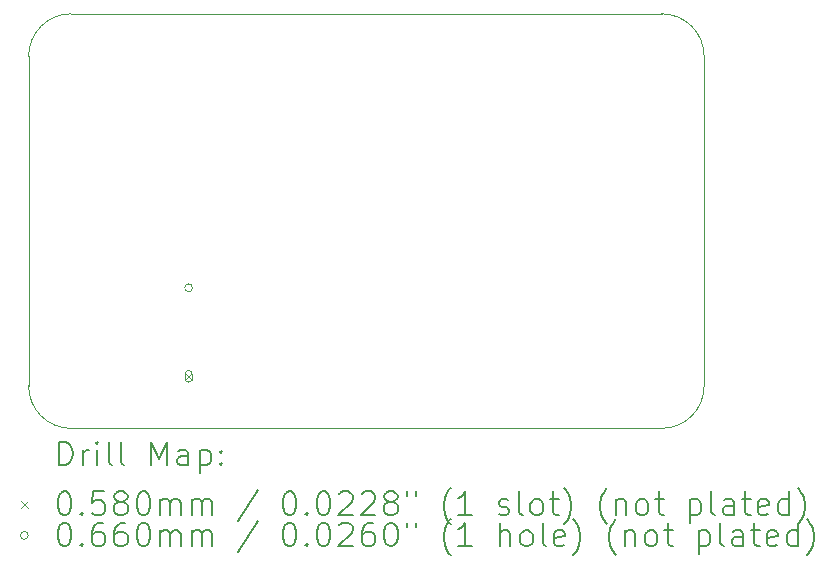
<source format=gbr>
%TF.GenerationSoftware,KiCad,Pcbnew,8.0.1*%
%TF.CreationDate,2025-02-14T21:54:50+08:00*%
%TF.ProjectId,SpeakerDriver,53706561-6b65-4724-9472-697665722e6b,rev?*%
%TF.SameCoordinates,Original*%
%TF.FileFunction,Drillmap*%
%TF.FilePolarity,Positive*%
%FSLAX45Y45*%
G04 Gerber Fmt 4.5, Leading zero omitted, Abs format (unit mm)*
G04 Created by KiCad (PCBNEW 8.0.1) date 2025-02-14 21:54:50*
%MOMM*%
%LPD*%
G01*
G04 APERTURE LIST*
%ADD10C,0.050000*%
%ADD11C,0.200000*%
%ADD12C,0.100000*%
G04 APERTURE END LIST*
D10*
X18170000Y-12000000D02*
G75*
G02*
X17810000Y-12360000I-360000J0D01*
G01*
X12450000Y-12000000D02*
X12450000Y-9210000D01*
X17810000Y-12360000D02*
X12810000Y-12360000D01*
X12810000Y-12360000D02*
G75*
G02*
X12450000Y-12000000I0J360000D01*
G01*
X12450000Y-9210000D02*
G75*
G02*
X12810000Y-8850000I360000J0D01*
G01*
X18170000Y-9210000D02*
X18170000Y-12000000D01*
X12810000Y-8850000D02*
X17810000Y-8850000D01*
X17810000Y-8850000D02*
G75*
G02*
X18170000Y-9210000I0J-360000D01*
G01*
D11*
D12*
X13776000Y-11891000D02*
X13834000Y-11949000D01*
X13834000Y-11891000D02*
X13776000Y-11949000D01*
X13776000Y-11899000D02*
X13776000Y-11941000D01*
X13834000Y-11941000D02*
G75*
G02*
X13776000Y-11941000I-29000J0D01*
G01*
X13834000Y-11941000D02*
X13834000Y-11899000D01*
X13834000Y-11899000D02*
G75*
G03*
X13776000Y-11899000I-29000J0D01*
G01*
X13838000Y-11170000D02*
G75*
G02*
X13772000Y-11170000I-33000J0D01*
G01*
X13772000Y-11170000D02*
G75*
G02*
X13838000Y-11170000I33000J0D01*
G01*
D11*
X12708277Y-12673984D02*
X12708277Y-12473984D01*
X12708277Y-12473984D02*
X12755896Y-12473984D01*
X12755896Y-12473984D02*
X12784467Y-12483508D01*
X12784467Y-12483508D02*
X12803515Y-12502555D01*
X12803515Y-12502555D02*
X12813039Y-12521603D01*
X12813039Y-12521603D02*
X12822562Y-12559698D01*
X12822562Y-12559698D02*
X12822562Y-12588269D01*
X12822562Y-12588269D02*
X12813039Y-12626365D01*
X12813039Y-12626365D02*
X12803515Y-12645412D01*
X12803515Y-12645412D02*
X12784467Y-12664460D01*
X12784467Y-12664460D02*
X12755896Y-12673984D01*
X12755896Y-12673984D02*
X12708277Y-12673984D01*
X12908277Y-12673984D02*
X12908277Y-12540650D01*
X12908277Y-12578746D02*
X12917801Y-12559698D01*
X12917801Y-12559698D02*
X12927324Y-12550174D01*
X12927324Y-12550174D02*
X12946372Y-12540650D01*
X12946372Y-12540650D02*
X12965420Y-12540650D01*
X13032086Y-12673984D02*
X13032086Y-12540650D01*
X13032086Y-12473984D02*
X13022562Y-12483508D01*
X13022562Y-12483508D02*
X13032086Y-12493031D01*
X13032086Y-12493031D02*
X13041610Y-12483508D01*
X13041610Y-12483508D02*
X13032086Y-12473984D01*
X13032086Y-12473984D02*
X13032086Y-12493031D01*
X13155896Y-12673984D02*
X13136848Y-12664460D01*
X13136848Y-12664460D02*
X13127324Y-12645412D01*
X13127324Y-12645412D02*
X13127324Y-12473984D01*
X13260658Y-12673984D02*
X13241610Y-12664460D01*
X13241610Y-12664460D02*
X13232086Y-12645412D01*
X13232086Y-12645412D02*
X13232086Y-12473984D01*
X13489229Y-12673984D02*
X13489229Y-12473984D01*
X13489229Y-12473984D02*
X13555896Y-12616841D01*
X13555896Y-12616841D02*
X13622562Y-12473984D01*
X13622562Y-12473984D02*
X13622562Y-12673984D01*
X13803515Y-12673984D02*
X13803515Y-12569222D01*
X13803515Y-12569222D02*
X13793991Y-12550174D01*
X13793991Y-12550174D02*
X13774943Y-12540650D01*
X13774943Y-12540650D02*
X13736848Y-12540650D01*
X13736848Y-12540650D02*
X13717801Y-12550174D01*
X13803515Y-12664460D02*
X13784467Y-12673984D01*
X13784467Y-12673984D02*
X13736848Y-12673984D01*
X13736848Y-12673984D02*
X13717801Y-12664460D01*
X13717801Y-12664460D02*
X13708277Y-12645412D01*
X13708277Y-12645412D02*
X13708277Y-12626365D01*
X13708277Y-12626365D02*
X13717801Y-12607317D01*
X13717801Y-12607317D02*
X13736848Y-12597793D01*
X13736848Y-12597793D02*
X13784467Y-12597793D01*
X13784467Y-12597793D02*
X13803515Y-12588269D01*
X13898753Y-12540650D02*
X13898753Y-12740650D01*
X13898753Y-12550174D02*
X13917801Y-12540650D01*
X13917801Y-12540650D02*
X13955896Y-12540650D01*
X13955896Y-12540650D02*
X13974943Y-12550174D01*
X13974943Y-12550174D02*
X13984467Y-12559698D01*
X13984467Y-12559698D02*
X13993991Y-12578746D01*
X13993991Y-12578746D02*
X13993991Y-12635888D01*
X13993991Y-12635888D02*
X13984467Y-12654936D01*
X13984467Y-12654936D02*
X13974943Y-12664460D01*
X13974943Y-12664460D02*
X13955896Y-12673984D01*
X13955896Y-12673984D02*
X13917801Y-12673984D01*
X13917801Y-12673984D02*
X13898753Y-12664460D01*
X14079705Y-12654936D02*
X14089229Y-12664460D01*
X14089229Y-12664460D02*
X14079705Y-12673984D01*
X14079705Y-12673984D02*
X14070182Y-12664460D01*
X14070182Y-12664460D02*
X14079705Y-12654936D01*
X14079705Y-12654936D02*
X14079705Y-12673984D01*
X14079705Y-12550174D02*
X14089229Y-12559698D01*
X14089229Y-12559698D02*
X14079705Y-12569222D01*
X14079705Y-12569222D02*
X14070182Y-12559698D01*
X14070182Y-12559698D02*
X14079705Y-12550174D01*
X14079705Y-12550174D02*
X14079705Y-12569222D01*
D12*
X12389500Y-12973500D02*
X12447500Y-13031500D01*
X12447500Y-12973500D02*
X12389500Y-13031500D01*
D11*
X12746372Y-12893984D02*
X12765420Y-12893984D01*
X12765420Y-12893984D02*
X12784467Y-12903508D01*
X12784467Y-12903508D02*
X12793991Y-12913031D01*
X12793991Y-12913031D02*
X12803515Y-12932079D01*
X12803515Y-12932079D02*
X12813039Y-12970174D01*
X12813039Y-12970174D02*
X12813039Y-13017793D01*
X12813039Y-13017793D02*
X12803515Y-13055888D01*
X12803515Y-13055888D02*
X12793991Y-13074936D01*
X12793991Y-13074936D02*
X12784467Y-13084460D01*
X12784467Y-13084460D02*
X12765420Y-13093984D01*
X12765420Y-13093984D02*
X12746372Y-13093984D01*
X12746372Y-13093984D02*
X12727324Y-13084460D01*
X12727324Y-13084460D02*
X12717801Y-13074936D01*
X12717801Y-13074936D02*
X12708277Y-13055888D01*
X12708277Y-13055888D02*
X12698753Y-13017793D01*
X12698753Y-13017793D02*
X12698753Y-12970174D01*
X12698753Y-12970174D02*
X12708277Y-12932079D01*
X12708277Y-12932079D02*
X12717801Y-12913031D01*
X12717801Y-12913031D02*
X12727324Y-12903508D01*
X12727324Y-12903508D02*
X12746372Y-12893984D01*
X12898753Y-13074936D02*
X12908277Y-13084460D01*
X12908277Y-13084460D02*
X12898753Y-13093984D01*
X12898753Y-13093984D02*
X12889229Y-13084460D01*
X12889229Y-13084460D02*
X12898753Y-13074936D01*
X12898753Y-13074936D02*
X12898753Y-13093984D01*
X13089229Y-12893984D02*
X12993991Y-12893984D01*
X12993991Y-12893984D02*
X12984467Y-12989222D01*
X12984467Y-12989222D02*
X12993991Y-12979698D01*
X12993991Y-12979698D02*
X13013039Y-12970174D01*
X13013039Y-12970174D02*
X13060658Y-12970174D01*
X13060658Y-12970174D02*
X13079705Y-12979698D01*
X13079705Y-12979698D02*
X13089229Y-12989222D01*
X13089229Y-12989222D02*
X13098753Y-13008269D01*
X13098753Y-13008269D02*
X13098753Y-13055888D01*
X13098753Y-13055888D02*
X13089229Y-13074936D01*
X13089229Y-13074936D02*
X13079705Y-13084460D01*
X13079705Y-13084460D02*
X13060658Y-13093984D01*
X13060658Y-13093984D02*
X13013039Y-13093984D01*
X13013039Y-13093984D02*
X12993991Y-13084460D01*
X12993991Y-13084460D02*
X12984467Y-13074936D01*
X13213039Y-12979698D02*
X13193991Y-12970174D01*
X13193991Y-12970174D02*
X13184467Y-12960650D01*
X13184467Y-12960650D02*
X13174943Y-12941603D01*
X13174943Y-12941603D02*
X13174943Y-12932079D01*
X13174943Y-12932079D02*
X13184467Y-12913031D01*
X13184467Y-12913031D02*
X13193991Y-12903508D01*
X13193991Y-12903508D02*
X13213039Y-12893984D01*
X13213039Y-12893984D02*
X13251134Y-12893984D01*
X13251134Y-12893984D02*
X13270182Y-12903508D01*
X13270182Y-12903508D02*
X13279705Y-12913031D01*
X13279705Y-12913031D02*
X13289229Y-12932079D01*
X13289229Y-12932079D02*
X13289229Y-12941603D01*
X13289229Y-12941603D02*
X13279705Y-12960650D01*
X13279705Y-12960650D02*
X13270182Y-12970174D01*
X13270182Y-12970174D02*
X13251134Y-12979698D01*
X13251134Y-12979698D02*
X13213039Y-12979698D01*
X13213039Y-12979698D02*
X13193991Y-12989222D01*
X13193991Y-12989222D02*
X13184467Y-12998746D01*
X13184467Y-12998746D02*
X13174943Y-13017793D01*
X13174943Y-13017793D02*
X13174943Y-13055888D01*
X13174943Y-13055888D02*
X13184467Y-13074936D01*
X13184467Y-13074936D02*
X13193991Y-13084460D01*
X13193991Y-13084460D02*
X13213039Y-13093984D01*
X13213039Y-13093984D02*
X13251134Y-13093984D01*
X13251134Y-13093984D02*
X13270182Y-13084460D01*
X13270182Y-13084460D02*
X13279705Y-13074936D01*
X13279705Y-13074936D02*
X13289229Y-13055888D01*
X13289229Y-13055888D02*
X13289229Y-13017793D01*
X13289229Y-13017793D02*
X13279705Y-12998746D01*
X13279705Y-12998746D02*
X13270182Y-12989222D01*
X13270182Y-12989222D02*
X13251134Y-12979698D01*
X13413039Y-12893984D02*
X13432086Y-12893984D01*
X13432086Y-12893984D02*
X13451134Y-12903508D01*
X13451134Y-12903508D02*
X13460658Y-12913031D01*
X13460658Y-12913031D02*
X13470182Y-12932079D01*
X13470182Y-12932079D02*
X13479705Y-12970174D01*
X13479705Y-12970174D02*
X13479705Y-13017793D01*
X13479705Y-13017793D02*
X13470182Y-13055888D01*
X13470182Y-13055888D02*
X13460658Y-13074936D01*
X13460658Y-13074936D02*
X13451134Y-13084460D01*
X13451134Y-13084460D02*
X13432086Y-13093984D01*
X13432086Y-13093984D02*
X13413039Y-13093984D01*
X13413039Y-13093984D02*
X13393991Y-13084460D01*
X13393991Y-13084460D02*
X13384467Y-13074936D01*
X13384467Y-13074936D02*
X13374943Y-13055888D01*
X13374943Y-13055888D02*
X13365420Y-13017793D01*
X13365420Y-13017793D02*
X13365420Y-12970174D01*
X13365420Y-12970174D02*
X13374943Y-12932079D01*
X13374943Y-12932079D02*
X13384467Y-12913031D01*
X13384467Y-12913031D02*
X13393991Y-12903508D01*
X13393991Y-12903508D02*
X13413039Y-12893984D01*
X13565420Y-13093984D02*
X13565420Y-12960650D01*
X13565420Y-12979698D02*
X13574943Y-12970174D01*
X13574943Y-12970174D02*
X13593991Y-12960650D01*
X13593991Y-12960650D02*
X13622563Y-12960650D01*
X13622563Y-12960650D02*
X13641610Y-12970174D01*
X13641610Y-12970174D02*
X13651134Y-12989222D01*
X13651134Y-12989222D02*
X13651134Y-13093984D01*
X13651134Y-12989222D02*
X13660658Y-12970174D01*
X13660658Y-12970174D02*
X13679705Y-12960650D01*
X13679705Y-12960650D02*
X13708277Y-12960650D01*
X13708277Y-12960650D02*
X13727324Y-12970174D01*
X13727324Y-12970174D02*
X13736848Y-12989222D01*
X13736848Y-12989222D02*
X13736848Y-13093984D01*
X13832086Y-13093984D02*
X13832086Y-12960650D01*
X13832086Y-12979698D02*
X13841610Y-12970174D01*
X13841610Y-12970174D02*
X13860658Y-12960650D01*
X13860658Y-12960650D02*
X13889229Y-12960650D01*
X13889229Y-12960650D02*
X13908277Y-12970174D01*
X13908277Y-12970174D02*
X13917801Y-12989222D01*
X13917801Y-12989222D02*
X13917801Y-13093984D01*
X13917801Y-12989222D02*
X13927324Y-12970174D01*
X13927324Y-12970174D02*
X13946372Y-12960650D01*
X13946372Y-12960650D02*
X13974943Y-12960650D01*
X13974943Y-12960650D02*
X13993991Y-12970174D01*
X13993991Y-12970174D02*
X14003515Y-12989222D01*
X14003515Y-12989222D02*
X14003515Y-13093984D01*
X14393991Y-12884460D02*
X14222563Y-13141603D01*
X14651134Y-12893984D02*
X14670182Y-12893984D01*
X14670182Y-12893984D02*
X14689229Y-12903508D01*
X14689229Y-12903508D02*
X14698753Y-12913031D01*
X14698753Y-12913031D02*
X14708277Y-12932079D01*
X14708277Y-12932079D02*
X14717801Y-12970174D01*
X14717801Y-12970174D02*
X14717801Y-13017793D01*
X14717801Y-13017793D02*
X14708277Y-13055888D01*
X14708277Y-13055888D02*
X14698753Y-13074936D01*
X14698753Y-13074936D02*
X14689229Y-13084460D01*
X14689229Y-13084460D02*
X14670182Y-13093984D01*
X14670182Y-13093984D02*
X14651134Y-13093984D01*
X14651134Y-13093984D02*
X14632086Y-13084460D01*
X14632086Y-13084460D02*
X14622563Y-13074936D01*
X14622563Y-13074936D02*
X14613039Y-13055888D01*
X14613039Y-13055888D02*
X14603515Y-13017793D01*
X14603515Y-13017793D02*
X14603515Y-12970174D01*
X14603515Y-12970174D02*
X14613039Y-12932079D01*
X14613039Y-12932079D02*
X14622563Y-12913031D01*
X14622563Y-12913031D02*
X14632086Y-12903508D01*
X14632086Y-12903508D02*
X14651134Y-12893984D01*
X14803515Y-13074936D02*
X14813039Y-13084460D01*
X14813039Y-13084460D02*
X14803515Y-13093984D01*
X14803515Y-13093984D02*
X14793991Y-13084460D01*
X14793991Y-13084460D02*
X14803515Y-13074936D01*
X14803515Y-13074936D02*
X14803515Y-13093984D01*
X14936848Y-12893984D02*
X14955896Y-12893984D01*
X14955896Y-12893984D02*
X14974944Y-12903508D01*
X14974944Y-12903508D02*
X14984467Y-12913031D01*
X14984467Y-12913031D02*
X14993991Y-12932079D01*
X14993991Y-12932079D02*
X15003515Y-12970174D01*
X15003515Y-12970174D02*
X15003515Y-13017793D01*
X15003515Y-13017793D02*
X14993991Y-13055888D01*
X14993991Y-13055888D02*
X14984467Y-13074936D01*
X14984467Y-13074936D02*
X14974944Y-13084460D01*
X14974944Y-13084460D02*
X14955896Y-13093984D01*
X14955896Y-13093984D02*
X14936848Y-13093984D01*
X14936848Y-13093984D02*
X14917801Y-13084460D01*
X14917801Y-13084460D02*
X14908277Y-13074936D01*
X14908277Y-13074936D02*
X14898753Y-13055888D01*
X14898753Y-13055888D02*
X14889229Y-13017793D01*
X14889229Y-13017793D02*
X14889229Y-12970174D01*
X14889229Y-12970174D02*
X14898753Y-12932079D01*
X14898753Y-12932079D02*
X14908277Y-12913031D01*
X14908277Y-12913031D02*
X14917801Y-12903508D01*
X14917801Y-12903508D02*
X14936848Y-12893984D01*
X15079706Y-12913031D02*
X15089229Y-12903508D01*
X15089229Y-12903508D02*
X15108277Y-12893984D01*
X15108277Y-12893984D02*
X15155896Y-12893984D01*
X15155896Y-12893984D02*
X15174944Y-12903508D01*
X15174944Y-12903508D02*
X15184467Y-12913031D01*
X15184467Y-12913031D02*
X15193991Y-12932079D01*
X15193991Y-12932079D02*
X15193991Y-12951127D01*
X15193991Y-12951127D02*
X15184467Y-12979698D01*
X15184467Y-12979698D02*
X15070182Y-13093984D01*
X15070182Y-13093984D02*
X15193991Y-13093984D01*
X15270182Y-12913031D02*
X15279706Y-12903508D01*
X15279706Y-12903508D02*
X15298753Y-12893984D01*
X15298753Y-12893984D02*
X15346372Y-12893984D01*
X15346372Y-12893984D02*
X15365420Y-12903508D01*
X15365420Y-12903508D02*
X15374944Y-12913031D01*
X15374944Y-12913031D02*
X15384467Y-12932079D01*
X15384467Y-12932079D02*
X15384467Y-12951127D01*
X15384467Y-12951127D02*
X15374944Y-12979698D01*
X15374944Y-12979698D02*
X15260658Y-13093984D01*
X15260658Y-13093984D02*
X15384467Y-13093984D01*
X15498753Y-12979698D02*
X15479706Y-12970174D01*
X15479706Y-12970174D02*
X15470182Y-12960650D01*
X15470182Y-12960650D02*
X15460658Y-12941603D01*
X15460658Y-12941603D02*
X15460658Y-12932079D01*
X15460658Y-12932079D02*
X15470182Y-12913031D01*
X15470182Y-12913031D02*
X15479706Y-12903508D01*
X15479706Y-12903508D02*
X15498753Y-12893984D01*
X15498753Y-12893984D02*
X15536848Y-12893984D01*
X15536848Y-12893984D02*
X15555896Y-12903508D01*
X15555896Y-12903508D02*
X15565420Y-12913031D01*
X15565420Y-12913031D02*
X15574944Y-12932079D01*
X15574944Y-12932079D02*
X15574944Y-12941603D01*
X15574944Y-12941603D02*
X15565420Y-12960650D01*
X15565420Y-12960650D02*
X15555896Y-12970174D01*
X15555896Y-12970174D02*
X15536848Y-12979698D01*
X15536848Y-12979698D02*
X15498753Y-12979698D01*
X15498753Y-12979698D02*
X15479706Y-12989222D01*
X15479706Y-12989222D02*
X15470182Y-12998746D01*
X15470182Y-12998746D02*
X15460658Y-13017793D01*
X15460658Y-13017793D02*
X15460658Y-13055888D01*
X15460658Y-13055888D02*
X15470182Y-13074936D01*
X15470182Y-13074936D02*
X15479706Y-13084460D01*
X15479706Y-13084460D02*
X15498753Y-13093984D01*
X15498753Y-13093984D02*
X15536848Y-13093984D01*
X15536848Y-13093984D02*
X15555896Y-13084460D01*
X15555896Y-13084460D02*
X15565420Y-13074936D01*
X15565420Y-13074936D02*
X15574944Y-13055888D01*
X15574944Y-13055888D02*
X15574944Y-13017793D01*
X15574944Y-13017793D02*
X15565420Y-12998746D01*
X15565420Y-12998746D02*
X15555896Y-12989222D01*
X15555896Y-12989222D02*
X15536848Y-12979698D01*
X15651134Y-12893984D02*
X15651134Y-12932079D01*
X15727325Y-12893984D02*
X15727325Y-12932079D01*
X16022563Y-13170174D02*
X16013039Y-13160650D01*
X16013039Y-13160650D02*
X15993991Y-13132079D01*
X15993991Y-13132079D02*
X15984468Y-13113031D01*
X15984468Y-13113031D02*
X15974944Y-13084460D01*
X15974944Y-13084460D02*
X15965420Y-13036841D01*
X15965420Y-13036841D02*
X15965420Y-12998746D01*
X15965420Y-12998746D02*
X15974944Y-12951127D01*
X15974944Y-12951127D02*
X15984468Y-12922555D01*
X15984468Y-12922555D02*
X15993991Y-12903508D01*
X15993991Y-12903508D02*
X16013039Y-12874936D01*
X16013039Y-12874936D02*
X16022563Y-12865412D01*
X16203515Y-13093984D02*
X16089229Y-13093984D01*
X16146372Y-13093984D02*
X16146372Y-12893984D01*
X16146372Y-12893984D02*
X16127325Y-12922555D01*
X16127325Y-12922555D02*
X16108277Y-12941603D01*
X16108277Y-12941603D02*
X16089229Y-12951127D01*
X16432087Y-13084460D02*
X16451134Y-13093984D01*
X16451134Y-13093984D02*
X16489229Y-13093984D01*
X16489229Y-13093984D02*
X16508277Y-13084460D01*
X16508277Y-13084460D02*
X16517801Y-13065412D01*
X16517801Y-13065412D02*
X16517801Y-13055888D01*
X16517801Y-13055888D02*
X16508277Y-13036841D01*
X16508277Y-13036841D02*
X16489229Y-13027317D01*
X16489229Y-13027317D02*
X16460658Y-13027317D01*
X16460658Y-13027317D02*
X16441610Y-13017793D01*
X16441610Y-13017793D02*
X16432087Y-12998746D01*
X16432087Y-12998746D02*
X16432087Y-12989222D01*
X16432087Y-12989222D02*
X16441610Y-12970174D01*
X16441610Y-12970174D02*
X16460658Y-12960650D01*
X16460658Y-12960650D02*
X16489229Y-12960650D01*
X16489229Y-12960650D02*
X16508277Y-12970174D01*
X16632087Y-13093984D02*
X16613039Y-13084460D01*
X16613039Y-13084460D02*
X16603515Y-13065412D01*
X16603515Y-13065412D02*
X16603515Y-12893984D01*
X16736849Y-13093984D02*
X16717801Y-13084460D01*
X16717801Y-13084460D02*
X16708277Y-13074936D01*
X16708277Y-13074936D02*
X16698753Y-13055888D01*
X16698753Y-13055888D02*
X16698753Y-12998746D01*
X16698753Y-12998746D02*
X16708277Y-12979698D01*
X16708277Y-12979698D02*
X16717801Y-12970174D01*
X16717801Y-12970174D02*
X16736849Y-12960650D01*
X16736849Y-12960650D02*
X16765420Y-12960650D01*
X16765420Y-12960650D02*
X16784468Y-12970174D01*
X16784468Y-12970174D02*
X16793992Y-12979698D01*
X16793992Y-12979698D02*
X16803515Y-12998746D01*
X16803515Y-12998746D02*
X16803515Y-13055888D01*
X16803515Y-13055888D02*
X16793992Y-13074936D01*
X16793992Y-13074936D02*
X16784468Y-13084460D01*
X16784468Y-13084460D02*
X16765420Y-13093984D01*
X16765420Y-13093984D02*
X16736849Y-13093984D01*
X16860658Y-12960650D02*
X16936849Y-12960650D01*
X16889230Y-12893984D02*
X16889230Y-13065412D01*
X16889230Y-13065412D02*
X16898753Y-13084460D01*
X16898753Y-13084460D02*
X16917801Y-13093984D01*
X16917801Y-13093984D02*
X16936849Y-13093984D01*
X16984468Y-13170174D02*
X16993992Y-13160650D01*
X16993992Y-13160650D02*
X17013039Y-13132079D01*
X17013039Y-13132079D02*
X17022563Y-13113031D01*
X17022563Y-13113031D02*
X17032087Y-13084460D01*
X17032087Y-13084460D02*
X17041611Y-13036841D01*
X17041611Y-13036841D02*
X17041611Y-12998746D01*
X17041611Y-12998746D02*
X17032087Y-12951127D01*
X17032087Y-12951127D02*
X17022563Y-12922555D01*
X17022563Y-12922555D02*
X17013039Y-12903508D01*
X17013039Y-12903508D02*
X16993992Y-12874936D01*
X16993992Y-12874936D02*
X16984468Y-12865412D01*
X17346373Y-13170174D02*
X17336849Y-13160650D01*
X17336849Y-13160650D02*
X17317801Y-13132079D01*
X17317801Y-13132079D02*
X17308277Y-13113031D01*
X17308277Y-13113031D02*
X17298753Y-13084460D01*
X17298753Y-13084460D02*
X17289230Y-13036841D01*
X17289230Y-13036841D02*
X17289230Y-12998746D01*
X17289230Y-12998746D02*
X17298753Y-12951127D01*
X17298753Y-12951127D02*
X17308277Y-12922555D01*
X17308277Y-12922555D02*
X17317801Y-12903508D01*
X17317801Y-12903508D02*
X17336849Y-12874936D01*
X17336849Y-12874936D02*
X17346373Y-12865412D01*
X17422563Y-12960650D02*
X17422563Y-13093984D01*
X17422563Y-12979698D02*
X17432087Y-12970174D01*
X17432087Y-12970174D02*
X17451134Y-12960650D01*
X17451134Y-12960650D02*
X17479706Y-12960650D01*
X17479706Y-12960650D02*
X17498753Y-12970174D01*
X17498753Y-12970174D02*
X17508277Y-12989222D01*
X17508277Y-12989222D02*
X17508277Y-13093984D01*
X17632087Y-13093984D02*
X17613039Y-13084460D01*
X17613039Y-13084460D02*
X17603515Y-13074936D01*
X17603515Y-13074936D02*
X17593992Y-13055888D01*
X17593992Y-13055888D02*
X17593992Y-12998746D01*
X17593992Y-12998746D02*
X17603515Y-12979698D01*
X17603515Y-12979698D02*
X17613039Y-12970174D01*
X17613039Y-12970174D02*
X17632087Y-12960650D01*
X17632087Y-12960650D02*
X17660658Y-12960650D01*
X17660658Y-12960650D02*
X17679706Y-12970174D01*
X17679706Y-12970174D02*
X17689230Y-12979698D01*
X17689230Y-12979698D02*
X17698753Y-12998746D01*
X17698753Y-12998746D02*
X17698753Y-13055888D01*
X17698753Y-13055888D02*
X17689230Y-13074936D01*
X17689230Y-13074936D02*
X17679706Y-13084460D01*
X17679706Y-13084460D02*
X17660658Y-13093984D01*
X17660658Y-13093984D02*
X17632087Y-13093984D01*
X17755896Y-12960650D02*
X17832087Y-12960650D01*
X17784468Y-12893984D02*
X17784468Y-13065412D01*
X17784468Y-13065412D02*
X17793992Y-13084460D01*
X17793992Y-13084460D02*
X17813039Y-13093984D01*
X17813039Y-13093984D02*
X17832087Y-13093984D01*
X18051134Y-12960650D02*
X18051134Y-13160650D01*
X18051134Y-12970174D02*
X18070182Y-12960650D01*
X18070182Y-12960650D02*
X18108277Y-12960650D01*
X18108277Y-12960650D02*
X18127325Y-12970174D01*
X18127325Y-12970174D02*
X18136849Y-12979698D01*
X18136849Y-12979698D02*
X18146373Y-12998746D01*
X18146373Y-12998746D02*
X18146373Y-13055888D01*
X18146373Y-13055888D02*
X18136849Y-13074936D01*
X18136849Y-13074936D02*
X18127325Y-13084460D01*
X18127325Y-13084460D02*
X18108277Y-13093984D01*
X18108277Y-13093984D02*
X18070182Y-13093984D01*
X18070182Y-13093984D02*
X18051134Y-13084460D01*
X18260658Y-13093984D02*
X18241611Y-13084460D01*
X18241611Y-13084460D02*
X18232087Y-13065412D01*
X18232087Y-13065412D02*
X18232087Y-12893984D01*
X18422563Y-13093984D02*
X18422563Y-12989222D01*
X18422563Y-12989222D02*
X18413039Y-12970174D01*
X18413039Y-12970174D02*
X18393992Y-12960650D01*
X18393992Y-12960650D02*
X18355896Y-12960650D01*
X18355896Y-12960650D02*
X18336849Y-12970174D01*
X18422563Y-13084460D02*
X18403515Y-13093984D01*
X18403515Y-13093984D02*
X18355896Y-13093984D01*
X18355896Y-13093984D02*
X18336849Y-13084460D01*
X18336849Y-13084460D02*
X18327325Y-13065412D01*
X18327325Y-13065412D02*
X18327325Y-13046365D01*
X18327325Y-13046365D02*
X18336849Y-13027317D01*
X18336849Y-13027317D02*
X18355896Y-13017793D01*
X18355896Y-13017793D02*
X18403515Y-13017793D01*
X18403515Y-13017793D02*
X18422563Y-13008269D01*
X18489230Y-12960650D02*
X18565420Y-12960650D01*
X18517801Y-12893984D02*
X18517801Y-13065412D01*
X18517801Y-13065412D02*
X18527325Y-13084460D01*
X18527325Y-13084460D02*
X18546373Y-13093984D01*
X18546373Y-13093984D02*
X18565420Y-13093984D01*
X18708277Y-13084460D02*
X18689230Y-13093984D01*
X18689230Y-13093984D02*
X18651134Y-13093984D01*
X18651134Y-13093984D02*
X18632087Y-13084460D01*
X18632087Y-13084460D02*
X18622563Y-13065412D01*
X18622563Y-13065412D02*
X18622563Y-12989222D01*
X18622563Y-12989222D02*
X18632087Y-12970174D01*
X18632087Y-12970174D02*
X18651134Y-12960650D01*
X18651134Y-12960650D02*
X18689230Y-12960650D01*
X18689230Y-12960650D02*
X18708277Y-12970174D01*
X18708277Y-12970174D02*
X18717801Y-12989222D01*
X18717801Y-12989222D02*
X18717801Y-13008269D01*
X18717801Y-13008269D02*
X18622563Y-13027317D01*
X18889230Y-13093984D02*
X18889230Y-12893984D01*
X18889230Y-13084460D02*
X18870182Y-13093984D01*
X18870182Y-13093984D02*
X18832087Y-13093984D01*
X18832087Y-13093984D02*
X18813039Y-13084460D01*
X18813039Y-13084460D02*
X18803515Y-13074936D01*
X18803515Y-13074936D02*
X18793992Y-13055888D01*
X18793992Y-13055888D02*
X18793992Y-12998746D01*
X18793992Y-12998746D02*
X18803515Y-12979698D01*
X18803515Y-12979698D02*
X18813039Y-12970174D01*
X18813039Y-12970174D02*
X18832087Y-12960650D01*
X18832087Y-12960650D02*
X18870182Y-12960650D01*
X18870182Y-12960650D02*
X18889230Y-12970174D01*
X18965420Y-13170174D02*
X18974944Y-13160650D01*
X18974944Y-13160650D02*
X18993992Y-13132079D01*
X18993992Y-13132079D02*
X19003515Y-13113031D01*
X19003515Y-13113031D02*
X19013039Y-13084460D01*
X19013039Y-13084460D02*
X19022563Y-13036841D01*
X19022563Y-13036841D02*
X19022563Y-12998746D01*
X19022563Y-12998746D02*
X19013039Y-12951127D01*
X19013039Y-12951127D02*
X19003515Y-12922555D01*
X19003515Y-12922555D02*
X18993992Y-12903508D01*
X18993992Y-12903508D02*
X18974944Y-12874936D01*
X18974944Y-12874936D02*
X18965420Y-12865412D01*
D12*
X12447500Y-13266500D02*
G75*
G02*
X12381500Y-13266500I-33000J0D01*
G01*
X12381500Y-13266500D02*
G75*
G02*
X12447500Y-13266500I33000J0D01*
G01*
D11*
X12746372Y-13157984D02*
X12765420Y-13157984D01*
X12765420Y-13157984D02*
X12784467Y-13167508D01*
X12784467Y-13167508D02*
X12793991Y-13177031D01*
X12793991Y-13177031D02*
X12803515Y-13196079D01*
X12803515Y-13196079D02*
X12813039Y-13234174D01*
X12813039Y-13234174D02*
X12813039Y-13281793D01*
X12813039Y-13281793D02*
X12803515Y-13319888D01*
X12803515Y-13319888D02*
X12793991Y-13338936D01*
X12793991Y-13338936D02*
X12784467Y-13348460D01*
X12784467Y-13348460D02*
X12765420Y-13357984D01*
X12765420Y-13357984D02*
X12746372Y-13357984D01*
X12746372Y-13357984D02*
X12727324Y-13348460D01*
X12727324Y-13348460D02*
X12717801Y-13338936D01*
X12717801Y-13338936D02*
X12708277Y-13319888D01*
X12708277Y-13319888D02*
X12698753Y-13281793D01*
X12698753Y-13281793D02*
X12698753Y-13234174D01*
X12698753Y-13234174D02*
X12708277Y-13196079D01*
X12708277Y-13196079D02*
X12717801Y-13177031D01*
X12717801Y-13177031D02*
X12727324Y-13167508D01*
X12727324Y-13167508D02*
X12746372Y-13157984D01*
X12898753Y-13338936D02*
X12908277Y-13348460D01*
X12908277Y-13348460D02*
X12898753Y-13357984D01*
X12898753Y-13357984D02*
X12889229Y-13348460D01*
X12889229Y-13348460D02*
X12898753Y-13338936D01*
X12898753Y-13338936D02*
X12898753Y-13357984D01*
X13079705Y-13157984D02*
X13041610Y-13157984D01*
X13041610Y-13157984D02*
X13022562Y-13167508D01*
X13022562Y-13167508D02*
X13013039Y-13177031D01*
X13013039Y-13177031D02*
X12993991Y-13205603D01*
X12993991Y-13205603D02*
X12984467Y-13243698D01*
X12984467Y-13243698D02*
X12984467Y-13319888D01*
X12984467Y-13319888D02*
X12993991Y-13338936D01*
X12993991Y-13338936D02*
X13003515Y-13348460D01*
X13003515Y-13348460D02*
X13022562Y-13357984D01*
X13022562Y-13357984D02*
X13060658Y-13357984D01*
X13060658Y-13357984D02*
X13079705Y-13348460D01*
X13079705Y-13348460D02*
X13089229Y-13338936D01*
X13089229Y-13338936D02*
X13098753Y-13319888D01*
X13098753Y-13319888D02*
X13098753Y-13272269D01*
X13098753Y-13272269D02*
X13089229Y-13253222D01*
X13089229Y-13253222D02*
X13079705Y-13243698D01*
X13079705Y-13243698D02*
X13060658Y-13234174D01*
X13060658Y-13234174D02*
X13022562Y-13234174D01*
X13022562Y-13234174D02*
X13003515Y-13243698D01*
X13003515Y-13243698D02*
X12993991Y-13253222D01*
X12993991Y-13253222D02*
X12984467Y-13272269D01*
X13270182Y-13157984D02*
X13232086Y-13157984D01*
X13232086Y-13157984D02*
X13213039Y-13167508D01*
X13213039Y-13167508D02*
X13203515Y-13177031D01*
X13203515Y-13177031D02*
X13184467Y-13205603D01*
X13184467Y-13205603D02*
X13174943Y-13243698D01*
X13174943Y-13243698D02*
X13174943Y-13319888D01*
X13174943Y-13319888D02*
X13184467Y-13338936D01*
X13184467Y-13338936D02*
X13193991Y-13348460D01*
X13193991Y-13348460D02*
X13213039Y-13357984D01*
X13213039Y-13357984D02*
X13251134Y-13357984D01*
X13251134Y-13357984D02*
X13270182Y-13348460D01*
X13270182Y-13348460D02*
X13279705Y-13338936D01*
X13279705Y-13338936D02*
X13289229Y-13319888D01*
X13289229Y-13319888D02*
X13289229Y-13272269D01*
X13289229Y-13272269D02*
X13279705Y-13253222D01*
X13279705Y-13253222D02*
X13270182Y-13243698D01*
X13270182Y-13243698D02*
X13251134Y-13234174D01*
X13251134Y-13234174D02*
X13213039Y-13234174D01*
X13213039Y-13234174D02*
X13193991Y-13243698D01*
X13193991Y-13243698D02*
X13184467Y-13253222D01*
X13184467Y-13253222D02*
X13174943Y-13272269D01*
X13413039Y-13157984D02*
X13432086Y-13157984D01*
X13432086Y-13157984D02*
X13451134Y-13167508D01*
X13451134Y-13167508D02*
X13460658Y-13177031D01*
X13460658Y-13177031D02*
X13470182Y-13196079D01*
X13470182Y-13196079D02*
X13479705Y-13234174D01*
X13479705Y-13234174D02*
X13479705Y-13281793D01*
X13479705Y-13281793D02*
X13470182Y-13319888D01*
X13470182Y-13319888D02*
X13460658Y-13338936D01*
X13460658Y-13338936D02*
X13451134Y-13348460D01*
X13451134Y-13348460D02*
X13432086Y-13357984D01*
X13432086Y-13357984D02*
X13413039Y-13357984D01*
X13413039Y-13357984D02*
X13393991Y-13348460D01*
X13393991Y-13348460D02*
X13384467Y-13338936D01*
X13384467Y-13338936D02*
X13374943Y-13319888D01*
X13374943Y-13319888D02*
X13365420Y-13281793D01*
X13365420Y-13281793D02*
X13365420Y-13234174D01*
X13365420Y-13234174D02*
X13374943Y-13196079D01*
X13374943Y-13196079D02*
X13384467Y-13177031D01*
X13384467Y-13177031D02*
X13393991Y-13167508D01*
X13393991Y-13167508D02*
X13413039Y-13157984D01*
X13565420Y-13357984D02*
X13565420Y-13224650D01*
X13565420Y-13243698D02*
X13574943Y-13234174D01*
X13574943Y-13234174D02*
X13593991Y-13224650D01*
X13593991Y-13224650D02*
X13622563Y-13224650D01*
X13622563Y-13224650D02*
X13641610Y-13234174D01*
X13641610Y-13234174D02*
X13651134Y-13253222D01*
X13651134Y-13253222D02*
X13651134Y-13357984D01*
X13651134Y-13253222D02*
X13660658Y-13234174D01*
X13660658Y-13234174D02*
X13679705Y-13224650D01*
X13679705Y-13224650D02*
X13708277Y-13224650D01*
X13708277Y-13224650D02*
X13727324Y-13234174D01*
X13727324Y-13234174D02*
X13736848Y-13253222D01*
X13736848Y-13253222D02*
X13736848Y-13357984D01*
X13832086Y-13357984D02*
X13832086Y-13224650D01*
X13832086Y-13243698D02*
X13841610Y-13234174D01*
X13841610Y-13234174D02*
X13860658Y-13224650D01*
X13860658Y-13224650D02*
X13889229Y-13224650D01*
X13889229Y-13224650D02*
X13908277Y-13234174D01*
X13908277Y-13234174D02*
X13917801Y-13253222D01*
X13917801Y-13253222D02*
X13917801Y-13357984D01*
X13917801Y-13253222D02*
X13927324Y-13234174D01*
X13927324Y-13234174D02*
X13946372Y-13224650D01*
X13946372Y-13224650D02*
X13974943Y-13224650D01*
X13974943Y-13224650D02*
X13993991Y-13234174D01*
X13993991Y-13234174D02*
X14003515Y-13253222D01*
X14003515Y-13253222D02*
X14003515Y-13357984D01*
X14393991Y-13148460D02*
X14222563Y-13405603D01*
X14651134Y-13157984D02*
X14670182Y-13157984D01*
X14670182Y-13157984D02*
X14689229Y-13167508D01*
X14689229Y-13167508D02*
X14698753Y-13177031D01*
X14698753Y-13177031D02*
X14708277Y-13196079D01*
X14708277Y-13196079D02*
X14717801Y-13234174D01*
X14717801Y-13234174D02*
X14717801Y-13281793D01*
X14717801Y-13281793D02*
X14708277Y-13319888D01*
X14708277Y-13319888D02*
X14698753Y-13338936D01*
X14698753Y-13338936D02*
X14689229Y-13348460D01*
X14689229Y-13348460D02*
X14670182Y-13357984D01*
X14670182Y-13357984D02*
X14651134Y-13357984D01*
X14651134Y-13357984D02*
X14632086Y-13348460D01*
X14632086Y-13348460D02*
X14622563Y-13338936D01*
X14622563Y-13338936D02*
X14613039Y-13319888D01*
X14613039Y-13319888D02*
X14603515Y-13281793D01*
X14603515Y-13281793D02*
X14603515Y-13234174D01*
X14603515Y-13234174D02*
X14613039Y-13196079D01*
X14613039Y-13196079D02*
X14622563Y-13177031D01*
X14622563Y-13177031D02*
X14632086Y-13167508D01*
X14632086Y-13167508D02*
X14651134Y-13157984D01*
X14803515Y-13338936D02*
X14813039Y-13348460D01*
X14813039Y-13348460D02*
X14803515Y-13357984D01*
X14803515Y-13357984D02*
X14793991Y-13348460D01*
X14793991Y-13348460D02*
X14803515Y-13338936D01*
X14803515Y-13338936D02*
X14803515Y-13357984D01*
X14936848Y-13157984D02*
X14955896Y-13157984D01*
X14955896Y-13157984D02*
X14974944Y-13167508D01*
X14974944Y-13167508D02*
X14984467Y-13177031D01*
X14984467Y-13177031D02*
X14993991Y-13196079D01*
X14993991Y-13196079D02*
X15003515Y-13234174D01*
X15003515Y-13234174D02*
X15003515Y-13281793D01*
X15003515Y-13281793D02*
X14993991Y-13319888D01*
X14993991Y-13319888D02*
X14984467Y-13338936D01*
X14984467Y-13338936D02*
X14974944Y-13348460D01*
X14974944Y-13348460D02*
X14955896Y-13357984D01*
X14955896Y-13357984D02*
X14936848Y-13357984D01*
X14936848Y-13357984D02*
X14917801Y-13348460D01*
X14917801Y-13348460D02*
X14908277Y-13338936D01*
X14908277Y-13338936D02*
X14898753Y-13319888D01*
X14898753Y-13319888D02*
X14889229Y-13281793D01*
X14889229Y-13281793D02*
X14889229Y-13234174D01*
X14889229Y-13234174D02*
X14898753Y-13196079D01*
X14898753Y-13196079D02*
X14908277Y-13177031D01*
X14908277Y-13177031D02*
X14917801Y-13167508D01*
X14917801Y-13167508D02*
X14936848Y-13157984D01*
X15079706Y-13177031D02*
X15089229Y-13167508D01*
X15089229Y-13167508D02*
X15108277Y-13157984D01*
X15108277Y-13157984D02*
X15155896Y-13157984D01*
X15155896Y-13157984D02*
X15174944Y-13167508D01*
X15174944Y-13167508D02*
X15184467Y-13177031D01*
X15184467Y-13177031D02*
X15193991Y-13196079D01*
X15193991Y-13196079D02*
X15193991Y-13215127D01*
X15193991Y-13215127D02*
X15184467Y-13243698D01*
X15184467Y-13243698D02*
X15070182Y-13357984D01*
X15070182Y-13357984D02*
X15193991Y-13357984D01*
X15365420Y-13157984D02*
X15327325Y-13157984D01*
X15327325Y-13157984D02*
X15308277Y-13167508D01*
X15308277Y-13167508D02*
X15298753Y-13177031D01*
X15298753Y-13177031D02*
X15279706Y-13205603D01*
X15279706Y-13205603D02*
X15270182Y-13243698D01*
X15270182Y-13243698D02*
X15270182Y-13319888D01*
X15270182Y-13319888D02*
X15279706Y-13338936D01*
X15279706Y-13338936D02*
X15289229Y-13348460D01*
X15289229Y-13348460D02*
X15308277Y-13357984D01*
X15308277Y-13357984D02*
X15346372Y-13357984D01*
X15346372Y-13357984D02*
X15365420Y-13348460D01*
X15365420Y-13348460D02*
X15374944Y-13338936D01*
X15374944Y-13338936D02*
X15384467Y-13319888D01*
X15384467Y-13319888D02*
X15384467Y-13272269D01*
X15384467Y-13272269D02*
X15374944Y-13253222D01*
X15374944Y-13253222D02*
X15365420Y-13243698D01*
X15365420Y-13243698D02*
X15346372Y-13234174D01*
X15346372Y-13234174D02*
X15308277Y-13234174D01*
X15308277Y-13234174D02*
X15289229Y-13243698D01*
X15289229Y-13243698D02*
X15279706Y-13253222D01*
X15279706Y-13253222D02*
X15270182Y-13272269D01*
X15508277Y-13157984D02*
X15527325Y-13157984D01*
X15527325Y-13157984D02*
X15546372Y-13167508D01*
X15546372Y-13167508D02*
X15555896Y-13177031D01*
X15555896Y-13177031D02*
X15565420Y-13196079D01*
X15565420Y-13196079D02*
X15574944Y-13234174D01*
X15574944Y-13234174D02*
X15574944Y-13281793D01*
X15574944Y-13281793D02*
X15565420Y-13319888D01*
X15565420Y-13319888D02*
X15555896Y-13338936D01*
X15555896Y-13338936D02*
X15546372Y-13348460D01*
X15546372Y-13348460D02*
X15527325Y-13357984D01*
X15527325Y-13357984D02*
X15508277Y-13357984D01*
X15508277Y-13357984D02*
X15489229Y-13348460D01*
X15489229Y-13348460D02*
X15479706Y-13338936D01*
X15479706Y-13338936D02*
X15470182Y-13319888D01*
X15470182Y-13319888D02*
X15460658Y-13281793D01*
X15460658Y-13281793D02*
X15460658Y-13234174D01*
X15460658Y-13234174D02*
X15470182Y-13196079D01*
X15470182Y-13196079D02*
X15479706Y-13177031D01*
X15479706Y-13177031D02*
X15489229Y-13167508D01*
X15489229Y-13167508D02*
X15508277Y-13157984D01*
X15651134Y-13157984D02*
X15651134Y-13196079D01*
X15727325Y-13157984D02*
X15727325Y-13196079D01*
X16022563Y-13434174D02*
X16013039Y-13424650D01*
X16013039Y-13424650D02*
X15993991Y-13396079D01*
X15993991Y-13396079D02*
X15984468Y-13377031D01*
X15984468Y-13377031D02*
X15974944Y-13348460D01*
X15974944Y-13348460D02*
X15965420Y-13300841D01*
X15965420Y-13300841D02*
X15965420Y-13262746D01*
X15965420Y-13262746D02*
X15974944Y-13215127D01*
X15974944Y-13215127D02*
X15984468Y-13186555D01*
X15984468Y-13186555D02*
X15993991Y-13167508D01*
X15993991Y-13167508D02*
X16013039Y-13138936D01*
X16013039Y-13138936D02*
X16022563Y-13129412D01*
X16203515Y-13357984D02*
X16089229Y-13357984D01*
X16146372Y-13357984D02*
X16146372Y-13157984D01*
X16146372Y-13157984D02*
X16127325Y-13186555D01*
X16127325Y-13186555D02*
X16108277Y-13205603D01*
X16108277Y-13205603D02*
X16089229Y-13215127D01*
X16441610Y-13357984D02*
X16441610Y-13157984D01*
X16527325Y-13357984D02*
X16527325Y-13253222D01*
X16527325Y-13253222D02*
X16517801Y-13234174D01*
X16517801Y-13234174D02*
X16498753Y-13224650D01*
X16498753Y-13224650D02*
X16470182Y-13224650D01*
X16470182Y-13224650D02*
X16451134Y-13234174D01*
X16451134Y-13234174D02*
X16441610Y-13243698D01*
X16651134Y-13357984D02*
X16632087Y-13348460D01*
X16632087Y-13348460D02*
X16622563Y-13338936D01*
X16622563Y-13338936D02*
X16613039Y-13319888D01*
X16613039Y-13319888D02*
X16613039Y-13262746D01*
X16613039Y-13262746D02*
X16622563Y-13243698D01*
X16622563Y-13243698D02*
X16632087Y-13234174D01*
X16632087Y-13234174D02*
X16651134Y-13224650D01*
X16651134Y-13224650D02*
X16679706Y-13224650D01*
X16679706Y-13224650D02*
X16698753Y-13234174D01*
X16698753Y-13234174D02*
X16708277Y-13243698D01*
X16708277Y-13243698D02*
X16717801Y-13262746D01*
X16717801Y-13262746D02*
X16717801Y-13319888D01*
X16717801Y-13319888D02*
X16708277Y-13338936D01*
X16708277Y-13338936D02*
X16698753Y-13348460D01*
X16698753Y-13348460D02*
X16679706Y-13357984D01*
X16679706Y-13357984D02*
X16651134Y-13357984D01*
X16832087Y-13357984D02*
X16813039Y-13348460D01*
X16813039Y-13348460D02*
X16803515Y-13329412D01*
X16803515Y-13329412D02*
X16803515Y-13157984D01*
X16984468Y-13348460D02*
X16965420Y-13357984D01*
X16965420Y-13357984D02*
X16927325Y-13357984D01*
X16927325Y-13357984D02*
X16908277Y-13348460D01*
X16908277Y-13348460D02*
X16898753Y-13329412D01*
X16898753Y-13329412D02*
X16898753Y-13253222D01*
X16898753Y-13253222D02*
X16908277Y-13234174D01*
X16908277Y-13234174D02*
X16927325Y-13224650D01*
X16927325Y-13224650D02*
X16965420Y-13224650D01*
X16965420Y-13224650D02*
X16984468Y-13234174D01*
X16984468Y-13234174D02*
X16993992Y-13253222D01*
X16993992Y-13253222D02*
X16993992Y-13272269D01*
X16993992Y-13272269D02*
X16898753Y-13291317D01*
X17060658Y-13434174D02*
X17070182Y-13424650D01*
X17070182Y-13424650D02*
X17089230Y-13396079D01*
X17089230Y-13396079D02*
X17098753Y-13377031D01*
X17098753Y-13377031D02*
X17108277Y-13348460D01*
X17108277Y-13348460D02*
X17117801Y-13300841D01*
X17117801Y-13300841D02*
X17117801Y-13262746D01*
X17117801Y-13262746D02*
X17108277Y-13215127D01*
X17108277Y-13215127D02*
X17098753Y-13186555D01*
X17098753Y-13186555D02*
X17089230Y-13167508D01*
X17089230Y-13167508D02*
X17070182Y-13138936D01*
X17070182Y-13138936D02*
X17060658Y-13129412D01*
X17422563Y-13434174D02*
X17413039Y-13424650D01*
X17413039Y-13424650D02*
X17393992Y-13396079D01*
X17393992Y-13396079D02*
X17384468Y-13377031D01*
X17384468Y-13377031D02*
X17374944Y-13348460D01*
X17374944Y-13348460D02*
X17365420Y-13300841D01*
X17365420Y-13300841D02*
X17365420Y-13262746D01*
X17365420Y-13262746D02*
X17374944Y-13215127D01*
X17374944Y-13215127D02*
X17384468Y-13186555D01*
X17384468Y-13186555D02*
X17393992Y-13167508D01*
X17393992Y-13167508D02*
X17413039Y-13138936D01*
X17413039Y-13138936D02*
X17422563Y-13129412D01*
X17498753Y-13224650D02*
X17498753Y-13357984D01*
X17498753Y-13243698D02*
X17508277Y-13234174D01*
X17508277Y-13234174D02*
X17527325Y-13224650D01*
X17527325Y-13224650D02*
X17555896Y-13224650D01*
X17555896Y-13224650D02*
X17574944Y-13234174D01*
X17574944Y-13234174D02*
X17584468Y-13253222D01*
X17584468Y-13253222D02*
X17584468Y-13357984D01*
X17708277Y-13357984D02*
X17689230Y-13348460D01*
X17689230Y-13348460D02*
X17679706Y-13338936D01*
X17679706Y-13338936D02*
X17670182Y-13319888D01*
X17670182Y-13319888D02*
X17670182Y-13262746D01*
X17670182Y-13262746D02*
X17679706Y-13243698D01*
X17679706Y-13243698D02*
X17689230Y-13234174D01*
X17689230Y-13234174D02*
X17708277Y-13224650D01*
X17708277Y-13224650D02*
X17736849Y-13224650D01*
X17736849Y-13224650D02*
X17755896Y-13234174D01*
X17755896Y-13234174D02*
X17765420Y-13243698D01*
X17765420Y-13243698D02*
X17774944Y-13262746D01*
X17774944Y-13262746D02*
X17774944Y-13319888D01*
X17774944Y-13319888D02*
X17765420Y-13338936D01*
X17765420Y-13338936D02*
X17755896Y-13348460D01*
X17755896Y-13348460D02*
X17736849Y-13357984D01*
X17736849Y-13357984D02*
X17708277Y-13357984D01*
X17832087Y-13224650D02*
X17908277Y-13224650D01*
X17860658Y-13157984D02*
X17860658Y-13329412D01*
X17860658Y-13329412D02*
X17870182Y-13348460D01*
X17870182Y-13348460D02*
X17889230Y-13357984D01*
X17889230Y-13357984D02*
X17908277Y-13357984D01*
X18127325Y-13224650D02*
X18127325Y-13424650D01*
X18127325Y-13234174D02*
X18146373Y-13224650D01*
X18146373Y-13224650D02*
X18184468Y-13224650D01*
X18184468Y-13224650D02*
X18203515Y-13234174D01*
X18203515Y-13234174D02*
X18213039Y-13243698D01*
X18213039Y-13243698D02*
X18222563Y-13262746D01*
X18222563Y-13262746D02*
X18222563Y-13319888D01*
X18222563Y-13319888D02*
X18213039Y-13338936D01*
X18213039Y-13338936D02*
X18203515Y-13348460D01*
X18203515Y-13348460D02*
X18184468Y-13357984D01*
X18184468Y-13357984D02*
X18146373Y-13357984D01*
X18146373Y-13357984D02*
X18127325Y-13348460D01*
X18336849Y-13357984D02*
X18317801Y-13348460D01*
X18317801Y-13348460D02*
X18308277Y-13329412D01*
X18308277Y-13329412D02*
X18308277Y-13157984D01*
X18498754Y-13357984D02*
X18498754Y-13253222D01*
X18498754Y-13253222D02*
X18489230Y-13234174D01*
X18489230Y-13234174D02*
X18470182Y-13224650D01*
X18470182Y-13224650D02*
X18432087Y-13224650D01*
X18432087Y-13224650D02*
X18413039Y-13234174D01*
X18498754Y-13348460D02*
X18479706Y-13357984D01*
X18479706Y-13357984D02*
X18432087Y-13357984D01*
X18432087Y-13357984D02*
X18413039Y-13348460D01*
X18413039Y-13348460D02*
X18403515Y-13329412D01*
X18403515Y-13329412D02*
X18403515Y-13310365D01*
X18403515Y-13310365D02*
X18413039Y-13291317D01*
X18413039Y-13291317D02*
X18432087Y-13281793D01*
X18432087Y-13281793D02*
X18479706Y-13281793D01*
X18479706Y-13281793D02*
X18498754Y-13272269D01*
X18565420Y-13224650D02*
X18641611Y-13224650D01*
X18593992Y-13157984D02*
X18593992Y-13329412D01*
X18593992Y-13329412D02*
X18603515Y-13348460D01*
X18603515Y-13348460D02*
X18622563Y-13357984D01*
X18622563Y-13357984D02*
X18641611Y-13357984D01*
X18784468Y-13348460D02*
X18765420Y-13357984D01*
X18765420Y-13357984D02*
X18727325Y-13357984D01*
X18727325Y-13357984D02*
X18708277Y-13348460D01*
X18708277Y-13348460D02*
X18698754Y-13329412D01*
X18698754Y-13329412D02*
X18698754Y-13253222D01*
X18698754Y-13253222D02*
X18708277Y-13234174D01*
X18708277Y-13234174D02*
X18727325Y-13224650D01*
X18727325Y-13224650D02*
X18765420Y-13224650D01*
X18765420Y-13224650D02*
X18784468Y-13234174D01*
X18784468Y-13234174D02*
X18793992Y-13253222D01*
X18793992Y-13253222D02*
X18793992Y-13272269D01*
X18793992Y-13272269D02*
X18698754Y-13291317D01*
X18965420Y-13357984D02*
X18965420Y-13157984D01*
X18965420Y-13348460D02*
X18946373Y-13357984D01*
X18946373Y-13357984D02*
X18908277Y-13357984D01*
X18908277Y-13357984D02*
X18889230Y-13348460D01*
X18889230Y-13348460D02*
X18879706Y-13338936D01*
X18879706Y-13338936D02*
X18870182Y-13319888D01*
X18870182Y-13319888D02*
X18870182Y-13262746D01*
X18870182Y-13262746D02*
X18879706Y-13243698D01*
X18879706Y-13243698D02*
X18889230Y-13234174D01*
X18889230Y-13234174D02*
X18908277Y-13224650D01*
X18908277Y-13224650D02*
X18946373Y-13224650D01*
X18946373Y-13224650D02*
X18965420Y-13234174D01*
X19041611Y-13434174D02*
X19051135Y-13424650D01*
X19051135Y-13424650D02*
X19070182Y-13396079D01*
X19070182Y-13396079D02*
X19079706Y-13377031D01*
X19079706Y-13377031D02*
X19089230Y-13348460D01*
X19089230Y-13348460D02*
X19098754Y-13300841D01*
X19098754Y-13300841D02*
X19098754Y-13262746D01*
X19098754Y-13262746D02*
X19089230Y-13215127D01*
X19089230Y-13215127D02*
X19079706Y-13186555D01*
X19079706Y-13186555D02*
X19070182Y-13167508D01*
X19070182Y-13167508D02*
X19051135Y-13138936D01*
X19051135Y-13138936D02*
X19041611Y-13129412D01*
M02*

</source>
